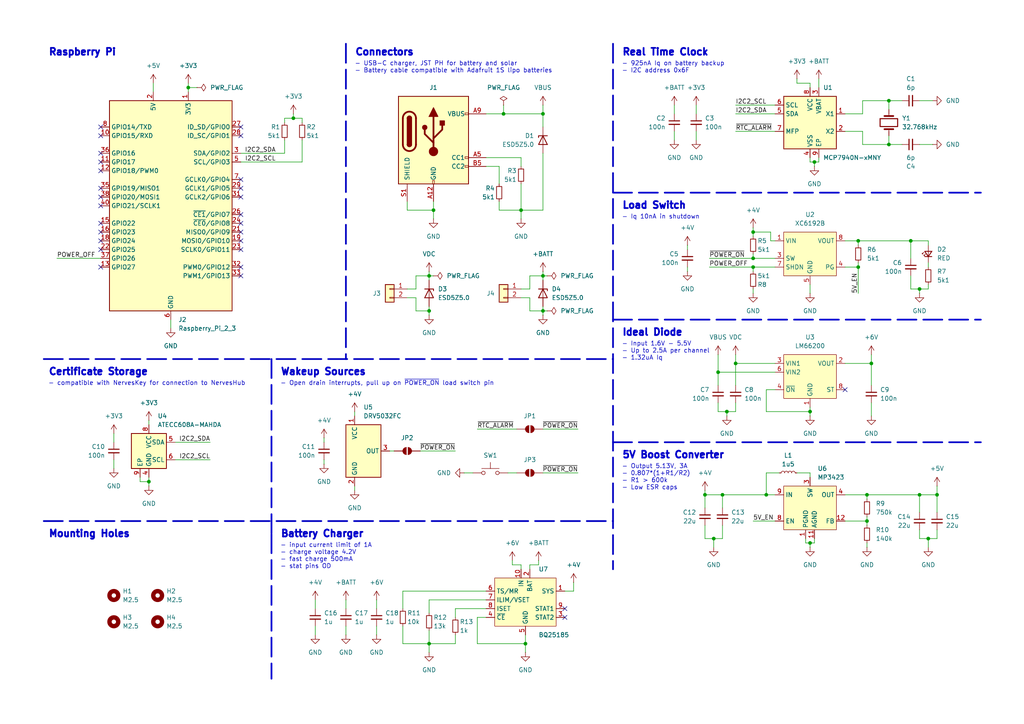
<source format=kicad_sch>
(kicad_sch (version 20231120) (generator "eeschema") (generator_version "8.0")
  (paper "A4")
  (title_block (title "Soleil PowerPack") (date "2024-08-01") (company "Protolux Labs") (comment 1 "Designed by Gus Workman") (comment 3 "battery charging, manual wake-from-sleep and support for NervesHub") (comment 4 "A power-management system for Nerves, featuring low-power sleep mode, USB and solar"))
  (junction (at 146.05 33.02))
  (junction (at 257.81 41.91))
  (junction (at 43.18 139.7))
  (junction (at 236.22 46.99))
  (junction (at 124.46 186.69))
  (junction (at 151.13 60.96))
  (junction (at 218.44 77.47))
  (junction (at 252.73 105.41))
  (junction (at 257.81 29.21))
  (junction (at 234.95 119.38))
  (junction (at 222.25 143.51))
  (junction (at 251.46 143.51))
  (junction (at 210.82 119.38))
  (junction (at 85.09 34.29))
  (junction (at 266.7 143.51))
  (junction (at 157.48 90.17))
  (junction (at 213.36 105.41))
  (junction (at 264.16 69.85))
  (junction (at 124.46 80.01))
  (junction (at 234.95 157.48))
  (junction (at 207.01 156.21))
  (junction (at 208.28 107.95))
  (junction (at 124.46 90.17))
  (junction (at 125.73 60.96))
  (junction (at 251.46 151.13))
  (junction (at 248.92 69.85))
  (junction (at 266.7 83.82))
  (junction (at 54.61 25.4))
  (junction (at 204.47 143.51))
  (junction (at 218.44 67.31))
  (junction (at 271.78 143.51))
  (junction (at 248.92 77.47))
  (junction (at 152.4 186.69))
  (junction (at 209.55 143.51))
  (junction (at 157.48 33.02))
  (junction (at 157.48 80.01))
  (junction (at 269.24 156.21))
  (junction (at 218.44 74.93))
  (no_connect (at 163.83 179.07))
  (no_connect (at 29.21 72.39))
  (no_connect (at 29.21 36.83))
  (no_connect (at 69.85 64.77))
  (no_connect (at 163.83 176.53))
  (no_connect (at 69.85 67.31))
  (no_connect (at 29.21 46.99))
  (no_connect (at 29.21 54.61))
  (no_connect (at 29.21 77.47))
  (no_connect (at 69.85 57.15))
  (no_connect (at 29.21 69.85))
  (no_connect (at 69.85 72.39))
  (no_connect (at 69.85 52.07))
  (no_connect (at 29.21 57.15))
  (no_connect (at 29.21 67.31))
  (no_connect (at 69.85 54.61))
  (no_connect (at 69.85 39.37))
  (no_connect (at 69.85 80.01))
  (no_connect (at 29.21 49.53))
  (no_connect (at 29.21 44.45))
  (no_connect (at 29.21 64.77))
  (no_connect (at 69.85 69.85))
  (no_connect (at 69.85 62.23))
  (no_connect (at 245.11 113.03))
  (no_connect (at 29.21 39.37))
  (no_connect (at 69.85 77.47))
  (no_connect (at 29.21 59.69))
  (no_connect (at 69.85 36.83))
  (wire (pts (xy 153.67 86.36) (xy 153.67 90.17)))
  (wire (pts (xy 167.64 124.46) (xy 157.48 124.46)))
  (wire (pts (xy 234.95 158.75) (xy 234.95 157.48)))
  (wire (pts (xy 148.59 162.56) (xy 148.59 163.83)))
  (wire (pts (xy 245.11 33.02) (xy 250.19 33.02)))
  (wire (pts (xy 248.92 69.85) (xy 264.16 69.85)))
  (wire (pts (xy 251.46 157.48) (xy 251.46 158.75)))
  (wire (pts (xy 153.67 163.83) (xy 153.67 165.1)))
  (wire (pts (xy 208.28 119.38) (xy 208.28 116.84)))
  (wire (pts (xy 248.92 69.85) (xy 248.92 71.12)))
  (wire (pts (xy 140.97 48.26) (xy 144.78 48.26)))
  (wire (pts (xy 231.14 24.13) (xy 234.95 24.13)))
  (wire (pts (xy 204.47 142.24) (xy 204.47 143.51)))
  (wire (pts (xy 237.49 22.86) (xy 237.49 25.4)))
  (wire (pts (xy 157.48 90.17) (xy 157.48 91.44)))
  (wire (pts (xy 204.47 156.21) (xy 204.47 152.4)))
  (wire (pts (xy 236.22 156.21) (xy 236.22 157.48)))
  (wire (pts (xy 208.28 107.95) (xy 224.79 107.95)))
  (wire (pts (xy 152.4 184.15) (xy 152.4 186.69)))
  (wire (pts (xy 234.95 82.55) (xy 234.95 85.09)))
  (wire (pts (xy 248.92 77.47) (xy 248.92 85.09)))
  (wire (pts (xy 218.44 74.93) (xy 224.79 74.93)))
  (wire (pts (xy 264.16 69.85) (xy 264.16 74.93)))
  (wire (pts (xy 43.18 121.92) (xy 43.18 123.19)))
  (wire (pts (xy 245.11 38.1) (xy 250.19 38.1)))
  (wire (pts (xy 116.84 181.61) (xy 116.84 186.69)))
  (wire (pts (xy 156.21 163.83) (xy 153.67 163.83)))
  (wire (pts (xy 233.68 157.48) (xy 234.95 157.48)))
  (wire (pts (xy 124.46 88.9) (xy 124.46 90.17)))
  (wire (pts (xy 134.62 137.16) (xy 137.16 137.16)))
  (wire (pts (xy 234.95 157.48) (xy 236.22 157.48)))
  (wire (pts (xy 236.22 46.99) (xy 234.95 46.99)))
  (wire (pts (xy 102.87 119.38) (xy 102.87 120.65)))
  (wire (pts (xy 132.08 179.07) (xy 132.08 176.53)))
  (polyline (pts (xy 78.74 154.94) (xy 78.74 196.85)) (stroke (width 0.5) (type dash)))
  (wire (pts (xy 199.39 71.12) (xy 199.39 72.39)))
  (wire (pts (xy 269.24 69.85) (xy 269.24 71.12)))
  (wire (pts (xy 118.11 83.82) (xy 120.65 83.82)))
  (wire (pts (xy 213.36 30.48) (xy 224.79 30.48)))
  (wire (pts (xy 40.64 138.43) (xy 40.64 139.7)))
  (wire (pts (xy 109.22 173.99) (xy 109.22 176.53)))
  (wire (pts (xy 151.13 60.96) (xy 157.48 60.96)))
  (wire (pts (xy 132.08 186.69) (xy 132.08 184.15)))
  (wire (pts (xy 49.53 92.71) (xy 49.53 95.25)))
  (wire (pts (xy 208.28 107.95) (xy 208.28 111.76)))
  (wire (pts (xy 234.95 119.38) (xy 234.95 120.65)))
  (wire (pts (xy 207.01 158.75) (xy 207.01 156.21)))
  (wire (pts (xy 140.97 45.72) (xy 151.13 45.72)))
  (wire (pts (xy 85.09 33.02) (xy 85.09 34.29)))
  (wire (pts (xy 236.22 46.99) (xy 237.49 46.99)))
  (wire (pts (xy 91.44 173.99) (xy 91.44 176.53)))
  (wire (pts (xy 266.7 83.82) (xy 266.7 85.09)))
  (wire (pts (xy 124.46 173.99) (xy 124.46 177.8)))
  (wire (pts (xy 204.47 143.51) (xy 204.47 147.32)))
  (wire (pts (xy 149.86 137.16) (xy 147.32 137.16)))
  (wire (pts (xy 231.14 137.16) (xy 234.95 137.16)))
  (wire (pts (xy 266.7 41.91) (xy 270.51 41.91)))
  (wire (pts (xy 271.78 153.67) (xy 271.78 156.21)))
  (wire (pts (xy 120.65 90.17) (xy 124.46 90.17)))
  (wire (pts (xy 250.19 29.21) (xy 250.19 33.02)))
  (wire (pts (xy 213.36 38.1) (xy 224.79 38.1)))
  (wire (pts (xy 16.51 74.93) (xy 29.21 74.93)))
  (wire (pts (xy 231.14 24.13) (xy 231.14 22.86)))
  (wire (pts (xy 116.84 171.45) (xy 140.97 171.45)))
  (wire (pts (xy 252.73 116.84) (xy 252.73 120.65)))
  (wire (pts (xy 257.81 41.91) (xy 257.81 39.37)))
  (wire (pts (xy 153.67 83.82) (xy 153.67 80.01)))
  (wire (pts (xy 40.64 139.7) (xy 43.18 139.7)))
  (wire (pts (xy 218.44 67.31) (xy 223.52 67.31)))
  (wire (pts (xy 132.08 176.53) (xy 140.97 176.53)))
  (wire (pts (xy 93.98 127) (xy 93.98 128.27)))
  (wire (pts (xy 252.73 105.41) (xy 245.11 105.41)))
  (wire (pts (xy 146.05 30.48) (xy 146.05 33.02)))
  (wire (pts (xy 100.33 181.61) (xy 100.33 184.15)))
  (wire (pts (xy 157.48 36.83) (xy 157.48 33.02)))
  (polyline (pts (xy 12.7 104.14) (xy 177.8 104.14)) (stroke (width 0.5) (type dash)))
  (wire (pts (xy 251.46 151.13) (xy 251.46 152.4)))
  (wire (pts (xy 124.46 186.69) (xy 124.46 182.88)))
  (wire (pts (xy 124.46 186.69) (xy 132.08 186.69)))
  (polyline (pts (xy 177.8 12.7) (xy 177.8 165.1)) (stroke (width 0.5) (type dash)))
  (wire (pts (xy 151.13 86.36) (xy 153.67 86.36)))
  (wire (pts (xy 213.36 33.02) (xy 224.79 33.02)))
  (wire (pts (xy 222.25 143.51) (xy 222.25 137.16)))
  (wire (pts (xy 245.11 143.51) (xy 251.46 143.51)))
  (wire (pts (xy 269.24 76.2) (xy 269.24 77.47)))
  (wire (pts (xy 218.44 67.31) (xy 218.44 68.58)))
  (wire (pts (xy 264.16 69.85) (xy 269.24 69.85)))
  (wire (pts (xy 266.7 143.51) (xy 271.78 143.51)))
  (wire (pts (xy 157.48 80.01) (xy 157.48 81.28)))
  (wire (pts (xy 213.36 105.41) (xy 224.79 105.41)))
  (wire (pts (xy 218.44 77.47) (xy 218.44 78.74)))
  (wire (pts (xy 151.13 163.83) (xy 151.13 165.1)))
  (wire (pts (xy 271.78 143.51) (xy 271.78 148.59)))
  (wire (pts (xy 234.95 119.38) (xy 222.25 119.38)))
  (wire (pts (xy 87.63 40.64) (xy 87.63 46.99)))
  (wire (pts (xy 116.84 176.53) (xy 116.84 171.45)))
  (wire (pts (xy 252.73 105.41) (xy 252.73 111.76)))
  (wire (pts (xy 209.55 152.4) (xy 209.55 156.21)))
  (wire (pts (xy 125.73 58.42) (xy 125.73 60.96)))
  (wire (pts (xy 223.52 67.31) (xy 223.52 69.85)))
  (wire (pts (xy 151.13 45.72) (xy 151.13 48.26)))
  (wire (pts (xy 218.44 77.47) (xy 224.79 77.47)))
  (wire (pts (xy 100.33 173.99) (xy 100.33 176.53)))
  (wire (pts (xy 138.43 186.69) (xy 152.4 186.69)))
  (wire (pts (xy 250.19 41.91) (xy 257.81 41.91)))
  (wire (pts (xy 266.7 29.21) (xy 270.51 29.21)))
  (wire (pts (xy 140.97 33.02) (xy 146.05 33.02)))
  (wire (pts (xy 234.95 137.16) (xy 234.95 138.43)))
  (wire (pts (xy 234.95 118.11) (xy 234.95 119.38)))
  (wire (pts (xy 245.11 69.85) (xy 248.92 69.85)))
  (wire (pts (xy 218.44 73.66) (xy 218.44 74.93)))
  (wire (pts (xy 124.46 90.17) (xy 124.46 91.44)))
  (wire (pts (xy 269.24 156.21) (xy 266.7 156.21)))
  (wire (pts (xy 269.24 156.21) (xy 271.78 156.21)))
  (wire (pts (xy 257.81 29.21) (xy 261.62 29.21)))
  (wire (pts (xy 43.18 139.7) (xy 43.18 140.97)))
  (wire (pts (xy 157.48 30.48) (xy 157.48 33.02)))
  (wire (pts (xy 222.25 137.16) (xy 226.06 137.16)))
  (wire (pts (xy 82.55 44.45) (xy 82.55 40.64)))
  (wire (pts (xy 195.58 38.1) (xy 195.58 40.64)))
  (wire (pts (xy 54.61 25.4) (xy 57.15 25.4)))
  (wire (pts (xy 213.36 102.87) (xy 213.36 105.41)))
  (wire (pts (xy 124.46 80.01) (xy 125.73 80.01)))
  (wire (pts (xy 222.25 143.51) (xy 224.79 143.51)))
  (wire (pts (xy 201.93 38.1) (xy 201.93 40.64)))
  (polyline (pts (xy 12.7 151.13) (xy 177.8 151.13)) (stroke (width 0.5) (type dash)))
  (wire (pts (xy 82.55 34.29) (xy 85.09 34.29)))
  (wire (pts (xy 151.13 60.96) (xy 151.13 63.5)))
  (wire (pts (xy 125.73 60.96) (xy 125.73 63.5)))
  (wire (pts (xy 166.37 168.91) (xy 166.37 171.45)))
  (wire (pts (xy 251.46 143.51) (xy 251.46 144.78)))
  (wire (pts (xy 269.24 156.21) (xy 269.24 158.75)))
  (wire (pts (xy 69.85 44.45) (xy 82.55 44.45)))
  (wire (pts (xy 153.67 90.17) (xy 157.48 90.17)))
  (wire (pts (xy 166.37 171.45) (xy 163.83 171.45)))
  (wire (pts (xy 85.09 34.29) (xy 87.63 34.29)))
  (wire (pts (xy 195.58 30.48) (xy 195.58 33.02)))
  (polyline (pts (xy 177.8 128.27) (xy 284.48 128.27)) (stroke (width 0.5) (type dash)))
  (wire (pts (xy 149.86 124.46) (xy 138.43 124.46)))
  (wire (pts (xy 251.46 143.51) (xy 266.7 143.51)))
  (wire (pts (xy 210.82 120.65) (xy 210.82 119.38)))
  (wire (pts (xy 236.22 46.99) (xy 236.22 48.26)))
  (wire (pts (xy 213.36 105.41) (xy 213.36 111.76)))
  (wire (pts (xy 264.16 80.01) (xy 264.16 83.82)))
  (wire (pts (xy 245.11 151.13) (xy 251.46 151.13)))
  (wire (pts (xy 251.46 149.86) (xy 251.46 151.13)))
  (wire (pts (xy 252.73 102.87) (xy 252.73 105.41)))
  (wire (pts (xy 138.43 179.07) (xy 140.97 179.07)))
  (wire (pts (xy 148.59 163.83) (xy 151.13 163.83)))
  (wire (pts (xy 152.4 186.69) (xy 152.4 189.23)))
  (wire (pts (xy 93.98 133.35) (xy 93.98 134.62)))
  (wire (pts (xy 266.7 156.21) (xy 266.7 153.67)))
  (wire (pts (xy 140.97 173.99) (xy 124.46 173.99)))
  (wire (pts (xy 213.36 119.38) (xy 213.36 116.84)))
  (wire (pts (xy 199.39 77.47) (xy 199.39 78.74)))
  (wire (pts (xy 257.81 29.21) (xy 250.19 29.21)))
  (wire (pts (xy 116.84 186.69) (xy 124.46 186.69)))
  (wire (pts (xy 144.78 48.26) (xy 144.78 53.34)))
  (wire (pts (xy 113.03 130.81) (xy 114.3 130.81)))
  (wire (pts (xy 248.92 76.2) (xy 248.92 77.47)))
  (wire (pts (xy 153.67 80.01) (xy 157.48 80.01)))
  (wire (pts (xy 43.18 138.43) (xy 43.18 139.7)))
  (wire (pts (xy 167.64 137.16) (xy 157.48 137.16)))
  (wire (pts (xy 218.44 151.13) (xy 224.79 151.13)))
  (wire (pts (xy 44.45 24.13) (xy 44.45 26.67)))
  (wire (pts (xy 87.63 34.29) (xy 87.63 35.56)))
  (wire (pts (xy 157.48 88.9) (xy 157.48 90.17)))
  (wire (pts (xy 54.61 24.13) (xy 54.61 25.4)))
  (wire (pts (xy 156.21 162.56) (xy 156.21 163.83)))
  (wire (pts (xy 233.68 157.48) (xy 233.68 156.21)))
  (wire (pts (xy 222.25 119.38) (xy 222.25 113.03)))
  (polyline (pts (xy 177.8 55.88) (xy 284.48 55.88)) (stroke (width 0.5) (type dash)))
  (wire (pts (xy 250.19 38.1) (xy 250.19 41.91)))
  (polyline (pts (xy 78.74 104.14) (xy 78.74 154.94)) (stroke (width 0.5) (type dash)))
  (wire (pts (xy 144.78 60.96) (xy 144.78 58.42)))
  (wire (pts (xy 157.48 44.45) (xy 157.48 60.96)))
  (wire (pts (xy 257.81 41.91) (xy 261.62 41.91)))
  (wire (pts (xy 144.78 60.96) (xy 151.13 60.96)))
  (wire (pts (xy 210.82 119.38) (xy 213.36 119.38)))
  (wire (pts (xy 208.28 102.87) (xy 208.28 107.95)))
  (wire (pts (xy 102.87 140.97) (xy 102.87 142.24)))
  (wire (pts (xy 157.48 80.01) (xy 158.75 80.01)))
  (wire (pts (xy 151.13 53.34) (xy 151.13 60.96)))
  (wire (pts (xy 201.93 30.48) (xy 201.93 33.02)))
  (wire (pts (xy 82.55 35.56) (xy 82.55 34.29)))
  (wire (pts (xy 118.11 58.42) (xy 118.11 60.96)))
  (wire (pts (xy 91.44 181.61) (xy 91.44 184.15)))
  (wire (pts (xy 210.82 119.38) (xy 208.28 119.38)))
  (wire (pts (xy 245.11 77.47) (xy 248.92 77.47)))
  (wire (pts (xy 120.65 80.01) (xy 124.46 80.01)))
  (wire (pts (xy 269.24 82.55) (xy 269.24 83.82)))
  (polyline (pts (xy 177.8 92.71) (xy 284.48 92.71)) (stroke (width 0.5) (type dash)))
  (wire (pts (xy 207.01 156.21) (xy 209.55 156.21)))
  (wire (pts (xy 124.46 78.74) (xy 124.46 80.01)))
  (wire (pts (xy 207.01 156.21) (xy 204.47 156.21)))
  (wire (pts (xy 209.55 143.51) (xy 204.47 143.51)))
  (wire (pts (xy 266.7 143.51) (xy 266.7 148.59)))
  (wire (pts (xy 151.13 83.82) (xy 153.67 83.82)))
  (wire (pts (xy 218.44 83.82) (xy 218.44 85.09)))
  (polyline (pts (xy 100.33 12.7) (xy 100.33 104.14)) (stroke (width 0.5) (type dash)))
  (wire (pts (xy 50.8 133.35) (xy 60.96 133.35)))
  (wire (pts (xy 218.44 66.04) (xy 218.44 67.31)))
  (wire (pts (xy 33.02 133.35) (xy 33.02 135.89)))
  (wire (pts (xy 271.78 140.97) (xy 271.78 143.51)))
  (wire (pts (xy 264.16 83.82) (xy 266.7 83.82)))
  (wire (pts (xy 120.65 86.36) (xy 120.65 90.17)))
  (wire (pts (xy 209.55 143.51) (xy 209.55 147.32)))
  (wire (pts (xy 120.65 83.82) (xy 120.65 80.01)))
  (wire (pts (xy 234.95 46.99) (xy 234.95 45.72)))
  (wire (pts (xy 157.48 78.74) (xy 157.48 80.01)))
  (wire (pts (xy 69.85 46.99) (xy 87.63 46.99)))
  (wire (pts (xy 109.22 181.61) (xy 109.22 184.15)))
  (wire (pts (xy 138.43 179.07) (xy 138.43 186.69)))
  (wire (pts (xy 118.11 60.96) (xy 125.73 60.96)))
  (wire (pts (xy 157.48 90.17) (xy 158.75 90.17)))
  (wire (pts (xy 33.02 125.73) (xy 33.02 128.27)))
  (wire (pts (xy 237.49 46.99) (xy 237.49 45.72)))
  (wire (pts (xy 50.8 128.27) (xy 60.96 128.27)))
  (wire (pts (xy 121.92 130.81) (xy 132.08 130.81)))
  (wire (pts (xy 223.52 69.85) (xy 224.79 69.85)))
  (wire (pts (xy 205.74 74.93) (xy 218.44 74.93)))
  (wire (pts (xy 124.46 80.01) (xy 124.46 81.28)))
  (wire (pts (xy 266.7 83.82) (xy 269.24 83.82)))
  (wire (pts (xy 146.05 33.02) (xy 157.48 33.02)))
  (wire (pts (xy 234.95 24.13) (xy 234.95 25.4)))
  (wire (pts (xy 124.46 189.23) (xy 124.46 186.69)))
  (wire (pts (xy 54.61 25.4) (xy 54.61 26.67)))
  (wire (pts (xy 205.74 77.47) (xy 218.44 77.47)))
  (wire (pts (xy 118.11 86.36) (xy 120.65 86.36)))
  (wire (pts (xy 257.81 29.21) (xy 257.81 31.75)))
  (wire (pts (xy 209.55 143.51) (xy 222.25 143.51)))
  (wire (pts (xy 222.25 113.03) (xy 224.79 113.03)))
  (text "Certificate Storage" (at 13.97 107.95 0) (effects (font (size 2 2) (thickness 0.508) (bold yes)) (justify left)))
  (text "Ideal Diode" (at 180.34 96.52 0) (effects (font (size 2 2) (thickness 0.508) (bold yes)) (justify left)))
  (text "Real Time Clock" (at 180.34 15.24 0) (effects (font (size 2 2) (thickness 0.508) (bold yes)) (justify left)))
  (text "Raspberry Pi" (at 13.97 15.24 0) (effects (font (size 2 2) (thickness 0.508) (bold yes)) (justify left)))
  (text "Load Switch" (at 180.34 59.69 0) (effects (font (size 2 2) (thickness 0.508) (bold yes)) (justify left)))
  (text "- compatible with NervesKey for connection to NervesHub" (at 13.97 110.49 0) (effects (font (size 1.27 1.27)) (justify left top)))
  (text "Battery Charger" (at 81.28 154.94 0) (effects (font (size 2 2) (thickness 0.508) (bold yes)) (justify left)))
  (text "- 925nA Iq on battery backup\n- I2C address 0x6F" (at 180.34 17.78 0) (effects (font (size 1.27 1.27)) (justify left top)))
  (text "- input current limit of 1A\n- charge voltage 4.2V\n- fast charge 500mA\n- stat pins OD" (at 81.28 157.48 0) (effects (font (size 1.27 1.27)) (justify left top)))
  (text "Mounting Holes" (at 13.97 154.94 0) (effects (font (size 2 2) (thickness 0.508) (bold yes)) (justify left)))
  (text "Wakeup Sources" (at 81.28 107.95 0) (effects (font (size 2 2) (thickness 0.508) (bold yes)) (justify left)))
  (text "5V Boost Converter" (at 180.34 132.08 0) (effects (font (size 2 2) (thickness 0.508) (bold yes)) (justify left)))
  (text "Connectors" (at 102.87 15.24 0) (effects (font (size 2 2) (thickness 0.508) (bold yes)) (justify left)))
  (text "- Open drain interrupts, pull up on ~{POWER_ON} load switch pin" (at 81.28 110.49 0) (effects (font (size 1.27 1.27)) (justify left top)))
  (text "- USB-C charger, JST PH for battery and solar\n- Battery cable compatible with Adafruit 1S lipo batteries" (at 102.87 17.78 0) (effects (font (size 1.27 1.27)) (justify left top)))
  (text "- Input 1.6V - 5.5V\n- Up to 2.5A per channel\n- 1.32uA Iq" (at 180.34 99.06 0) (effects (font (size 1.27 1.27)) (justify left top)))
  (text "- Output 5.13V, 3A\n- 0.807*(1+R1/R2)\n- R1 > 600k\n- Low ESR caps" (at 180.34 134.62 0) (effects (font (size 1.27 1.27)) (justify left top)))
  (text "- Iq 10nA in shutdown\n" (at 180.34 62.23 0) (effects (font (size 1.27 1.27)) (justify left top)))
  (label "~{POWER_ON}" (at 132.08 130.81 180))
  (label "5V_EN" (at 248.92 85.09 90))
  (label "~{RTC_ALARM}" (at 138.43 124.46 0))
  (label "~{RTC_ALARM}" (at 213.36 38.1 0))
  (label "I2C2_SDA" (at 60.96 128.27 180))
  (label "I2C2_SCL" (at 80.01 46.99 180))
  (label "I2C2_SCL" (at 60.96 133.35 180))
  (label "~{POWER_ON}" (at 205.74 74.93 0))
  (label "POWER_OFF" (at 16.51 74.93 0))
  (label "I2C2_SDA" (at 80.01 44.45 180))
  (label "I2C2_SDA" (at 213.36 33.02 0))
  (label "~{POWER_ON}" (at 167.64 137.16 180))
  (label "5V_EN" (at 218.44 151.13 0))
  (label "I2C2_SCL" (at 213.36 30.48 0))
  (label "POWER_OFF" (at 205.74 77.47 0))
  (label "~{POWER_ON}" (at 167.64 124.46 180))
  (symbol (lib_id "Switch:SW_Push") (at 142.24 137.16 0) (mirror y) (unit 1)
    (property "Reference" "SW1" (at 142.24 132.08 0))
    (property "Value" "SW_Push" (effects (hide yes)))
    (property "Footprint" "Button_Switch_SMD:SW_Push_1P1T_NO_CK_KMR2" (effects (hide yes)))
    (property "Description" "Push button switch, generic, two pins" (effects (hide yes)))
    (property "LCSC" "C221678" (effects (hide yes)))
    (property "DigiKey" "401-1428-1-ND" (effects (hide yes)))
    (property "MPN" "KMR223GLFG" (effects (hide yes)))
  )
  (symbol (lib_id "Device:R_Small") (at 87.63 38.1 0) (mirror y) (unit 1)
    (property "Reference" "R2" (at 88.9 36.83 0) (effects (justify right)))
    (property "Value" "5k1" (at 88.9 39.37 0) (effects (justify right)))
    (property "Footprint" "Resistor_SMD:R_0603_1608Metric" (effects (hide yes)))
    (property "Description" "generic 0603 resistor, 1/10W, 1%" (effects (hide yes)))
  )
  (symbol (lib_id "power:+4V") (at 199.39 71.12 0) (unit 1)
    (property "Reference" "#PWR017" (effects (hide yes)))
    (property "Value" "+4V" (at 199.39 66.04 0))
    (property "Description" "Power symbol creates a global label with name \"+4V\"" (effects (hide yes)))
  )
  (symbol (lib_id "power:GND") (at 93.98 134.62 0) (unit 1)
    (property "Reference" "#PWR037" (effects (hide yes)))
    (property "Value" "GND" (at 93.98 139.7 0))
    (property "Description" "Power symbol creates a global label with name \"GND\" , ground" (effects (hide yes)))
  )
  (symbol (lib_id "Device:C_Small") (at 201.93 35.56 0) (unit 1)
    (property "Reference" "C3" (at 204.47 34.2962 0) (effects (justify left)))
    (property "Value" "100n" (at 204.47 36.8362 0) (effects (justify left)))
    (property "Footprint" "Capacitor_SMD:C_0603_1608Metric" (effects (hide yes)))
    (property "Description" "generic 0603 capacitor, 10V, low ESR" (effects (hide yes)))
  )
  (symbol (lib_id "Device:Crystal") (at 257.81 35.56 90) (unit 1)
    (property "Reference" "Y1" (at 261.62 34.2899 90) (effects (justify right)))
    (property "Value" "32.768kHz" (at 261.62 36.8299 90) (effects (justify right)))
    (property "Footprint" "Crystal:Crystal_SMD_3215-2Pin_3.2x1.5mm" (effects (hide yes)))
    (property "Description" "generic 32.768kHz crystal, 3215 2pin" (effects (hide yes)))
    (property "MPN" "SC32S-7PF20PPM" (effects (hide yes)))
    (property "DigiKey" "728-1074-1-ND" (effects (hide yes)))
    (property "LCSC" "C276424" (effects (hide yes)))
  )
  (symbol (lib_id "gworkman_power:XC6192") (at 234.95 73.66 0) (unit 1)
    (property "Reference" "U2" (at 234.95 62.23 0))
    (property "Value" "XC6192B" (at 234.95 64.77 0))
    (property "Footprint" "gworkman_power:USP-8B06" (effects (hide yes)))
    (property "Datasheet" "https://product.torexsemi.com/system/files/series/xc6192.pdf" (effects (hide yes)))
    (property "Description" "Push button load switch, integrated high-side switch, 400mA output current, inrush current limiting, short-circuit protection, low shutdown current" (effects (hide yes)))
    (property "MPN" "XC6193BANNER-G" (effects (hide yes)))
    (property "DigiKey" "893-XC6193BANNER-GCT-ND" (effects (hide yes)))
    (property "LCSC" "C2442364" (effects (hide yes)))
  )
  (symbol (lib_id "Device:R_Small") (at 218.44 71.12 0) (unit 1)
    (property "Reference" "R5" (at 219.71 69.85 0) (effects (justify left)))
    (property "Value" "5k1" (at 219.71 72.39 0) (effects (justify left)))
    (property "Footprint" "Resistor_SMD:R_0603_1608Metric" (effects (hide yes)))
    (property "Description" "generic 0603 resistor, 1/10W, 1%" (effects (hide yes)))
  )
  (symbol (lib_id "power:GND") (at 195.58 40.64 0) (unit 1)
    (property "Reference" "#PWR010" (effects (hide yes)))
    (property "Value" "GND" (at 195.58 45.72 0))
    (property "Description" "Power symbol creates a global label with name \"GND\" , ground" (effects (hide yes)))
  )
  (symbol (lib_id "power:+6V") (at 252.73 102.87 0) (unit 1)
    (property "Reference" "#PWR029" (effects (hide yes)))
    (property "Value" "+6V" (at 252.73 97.79 0))
    (property "Description" "Power symbol creates a global label with name \"+6V\"" (effects (hide yes)))
  )
  (symbol (lib_id "Device:C_Small") (at 109.22 179.07 0) (unit 1)
    (property "Reference" "C18" (at 111.76 177.8062 0) (effects (justify left)))
    (property "Value" "1u" (at 111.76 180.3462 0) (effects (justify left)))
    (property "Footprint" "Capacitor_SMD:C_0603_1608Metric" (effects (hide yes)))
    (property "Description" "generic 0603 capacitor, 10V, low ESR" (effects (hide yes)))
  )
  (symbol (lib_id "power:+3V3") (at 231.14 22.86 0) (unit 1)
    (property "Reference" "#PWR01" (effects (hide yes)))
    (property "Value" "+3V3" (at 231.14 17.78 0))
    (property "Description" "Power symbol creates a global label with name \"+3V3\"" (effects (hide yes)))
  )
  (symbol (lib_id "Connector_Generic:Conn_01x02") (at 113.03 83.82 0) (mirror y) (unit 1)
    (property "Reference" "J3" (at 110.49 85.09 0) (effects (justify left)))
    (property "Footprint" "gworkman_connector:JST_PH_01x02_SMT_Horizontal" (effects (hide yes)))
    (property "Description" "generic JST PH 2-pin horizontal connector" (effects (hide yes)))
    (property "LCSC" "C295747" (effects (hide yes)))
    (property "DigiKey" "455-S2B-PH-SM4-TBCT-ND" (effects (hide yes)))
    (property "MPN" "S2B-PH-SM4-TB" (effects (hide yes)))
  )
  (symbol (lib_id "power:GND") (at 234.95 120.65 0) (unit 1)
    (property "Reference" "#PWR032" (effects (hide yes)))
    (property "Value" "GND" (at 234.95 125.73 0))
    (property "Description" "Power symbol creates a global label with name \"GND\" , ground" (effects (hide yes)))
  )
  (symbol (lib_id "Device:R_Small") (at 251.46 154.94 0) (unit 1)
    (property "Reference" "R10" (at 254 153.6699 0) (effects (justify left)))
    (property "Value" "140k" (at 254 156.2099 0) (effects (justify left)))
    (property "Footprint" "Resistor_SMD:R_0603_1608Metric" (effects (hide yes)))
    (property "Description" "generic 0603 resistor, 1/10W, 1%" (effects (hide yes)))
  )
  (symbol (lib_id "Device:C_Small") (at 204.47 149.86 0) (mirror y) (unit 1)
    (property "Reference" "C12" (at 201.93 148.5962 0) (effects (justify left)))
    (property "Value" "22u" (at 201.93 151.1362 0) (effects (justify left)))
    (property "Footprint" "Capacitor_SMD:C_0805_2012Metric" (effects (hide yes)))
    (property "Description" "22uF 0804 ceramic capacitor, low ESR (X5R or X7R)" (effects (hide yes)))
  )
  (symbol (lib_id "power:GND") (at 152.4 189.23 0) (unit 1)
    (property "Reference" "#PWR058" (effects (hide yes)))
    (property "Value" "GND" (at 152.4 194.31 0))
    (property "Description" "Power symbol creates a global label with name \"GND\" , ground" (effects (hide yes)))
  )
  (symbol (lib_id "power:+BATT") (at 237.49 22.86 0) (unit 1)
    (property "Reference" "#PWR02" (effects (hide yes)))
    (property "Value" "+BATT" (at 237.49 17.78 0))
    (property "Description" "Power symbol creates a global label with name \"+BATT\"" (effects (hide yes)))
  )
  (symbol (lib_id "power:+4V") (at 218.44 66.04 0) (unit 1)
    (property "Reference" "#PWR016" (effects (hide yes)))
    (property "Value" "+4V" (at 218.44 60.96 0))
    (property "Description" "Power symbol creates a global label with name \"+4V\"" (effects (hide yes)))
  )
  (symbol (lib_id "power:+BATT") (at 157.48 78.74 0) (unit 1)
    (property "Reference" "#PWR019" (effects (hide yes)))
    (property "Value" "+BATT" (at 157.48 73.66 0))
    (property "Description" "Power symbol creates a global label with name \"+BATT\"" (effects (hide yes)))
  )
  (symbol (lib_id "Mechanical:MountingHole") (at 45.72 180.34 0) (unit 1) (exclude_from_sim yes) (in_bom no)
    (property "Reference" "H4" (at 48.26 179.0699 0) (effects (justify left)))
    (property "Value" "M2.5" (at 48.26 181.6099 0) (effects (justify left)))
    (property "Footprint" "MountingHole:MountingHole_2.7mm_M2.5_ISO14580" (effects (hide yes)))
    (property "Description" "Mounting Hole without connection" (effects (hide yes)))
  )
  (symbol (lib_id "gworkman_power:BQ25185") (at 152.4 175.26 0) (unit 1)
    (property "Reference" "U7" (at 156.21 165.1 0) (effects (justify left)))
    (property "Value" "BQ25185" (at 156.21 184.15 0) (effects (justify left)))
    (property "Footprint" "gworkman_power:Texas_DLH0010A_WSON-10" (effects (hide yes)))
    (property "Datasheet" "https://www.ti.com/lit/ds/symlink/bq25185.pdf" (effects (hide yes)))
    (property "Description" "Linear battery charger, 3-18V input, 1A charging, 3.125A load, dynamic power path management" (effects (hide yes)))
    (property "MPN" "BQ25185DLHR" (effects (hide yes)))
    (property "DigiKey" "296-BQ25185DLHRCT-ND" (effects (hide yes)))
    (property "LCSC" "C19725033" (effects (hide yes)))
  )
  (symbol (lib_id "power:+5V") (at 271.78 140.97 0) (unit 1)
    (property "Reference" "#PWR041" (effects (hide yes)))
    (property "Value" "+5V" (at 271.78 135.89 0))
    (property "Description" "Power symbol creates a global label with name \"+5V\"" (effects (hide yes)))
  )
  (symbol (lib_id "power:GND") (at 252.73 120.65 0) (unit 1)
    (property "Reference" "#PWR033" (effects (hide yes)))
    (property "Value" "GND" (at 252.73 125.73 0))
    (property "Description" "Power symbol creates a global label with name \"GND\" , ground" (effects (hide yes)))
  )
  (symbol (lib_id "power:+4V") (at 204.47 142.24 0) (unit 1)
    (property "Reference" "#PWR043" (effects (hide yes)))
    (property "Value" "+4V" (at 204.47 137.16 0))
    (property "Description" "Power symbol creates a global label with name \"+4V\"" (effects (hide yes)))
  )
  (symbol (lib_id "Mechanical:MountingHole") (at 33.02 172.72 0) (unit 1) (exclude_from_sim yes) (in_bom no)
    (property "Reference" "H1" (at 35.56 171.4499 0) (effects (justify left)))
    (property "Value" "M2.5" (at 35.56 173.9899 0) (effects (justify left)))
    (property "Footprint" "MountingHole:MountingHole_2.7mm_M2.5_ISO14580" (effects (hide yes)))
    (property "Description" "Mounting Hole without connection" (effects (hide yes)))
  )
  (symbol (lib_id "Device:R_Small") (at 132.08 181.61 0) (unit 1)
    (property "Reference" "R13" (at 133.35 180.34 0) (effects (justify left)))
    (property "Value" "1k" (at 133.35 182.88 0) (effects (justify left)))
    (property "Footprint" "Resistor_SMD:R_0603_1608Metric" (effects (hide yes)))
    (property "Description" "generic 0603 resistor, 1/10W" (effects (hide yes)))
  )
  (symbol (lib_id "power:VBUS") (at 208.28 102.87 0) (unit 1)
    (property "Reference" "#PWR027" (effects (hide yes)))
    (property "Value" "VBUS" (at 208.28 97.79 0))
    (property "Description" "Power symbol creates a global label with name \"VBUS\"" (effects (hide yes)))
  )
  (symbol (lib_id "Device:C_Small") (at 264.16 29.21 90) (unit 1)
    (property "Reference" "C1" (at 264.1663 22.86 90))
    (property "Value" "6p" (at 264.1663 25.4 90))
    (property "Footprint" "Capacitor_SMD:C_0603_1608Metric" (effects (hide yes)))
    (property "Description" "generic 0603 capacitor, 1%, low ESR" (effects (hide yes)))
  )
  (symbol (lib_id "power:GND") (at 102.87 142.24 0) (unit 1)
    (property "Reference" "#PWR042" (effects (hide yes)))
    (property "Value" "GND" (at 102.87 147.32 0))
    (property "Description" "Power symbol creates a global label with name \"GND\" , ground" (effects (hide yes)))
  )
  (symbol (lib_id "power:GND") (at 236.22 48.26 0) (unit 1)
    (property "Reference" "#PWR013" (effects (hide yes)))
    (property "Value" "GND" (at 236.22 53.34 0))
    (property "Description" "Power symbol creates a global label with name \"GND\" , ground" (effects (hide yes)))
  )
  (symbol (lib_id "gworkman_power:MP3423") (at 234.95 147.32 0) (unit 1)
    (property "Reference" "U6" (at 237.1441 135.89 0) (effects (justify left)))
    (property "Value" "MP3423" (at 237.1441 138.43 0) (effects (justify left)))
    (property "Footprint" "gworkman_power:MPS_PowerQFN-14_2x2mm" (effects (hide yes)))
    (property "Datasheet" "https://www.monolithicpower.com/en/documentview/productdocument/index/version/2/document_type/Datasheet/lang/en/sku/MP3423/document_id/1159" (effects (hide yes)))
    (property "Description" "High-efficiency step-up converter, 1.9-5.5V input, 5V output, 3.1A load, 98% efficiency" (effects (hide yes)))
    (property "MPN" "MP3423GG-Z" (effects (hide yes)))
    (property "DigiKey" "1589-1642-1-ND" (effects (hide yes)))
    (property "LCSC" "C2682483" (effects (hide yes)))
  )
  (symbol (lib_id "power:GND") (at 109.22 184.15 0) (unit 1)
    (property "Reference" "#PWR056" (effects (hide yes)))
    (property "Value" "GND" (at 109.22 189.23 0))
    (property "Description" "Power symbol creates a global label with name \"GND\" , ground" (effects (hide yes)))
  )
  (symbol (lib_id "Diode:ESD5Zxx") (at 124.46 85.09 270) (unit 1)
    (property "Reference" "D3" (at 127 83.8199 90) (effects (justify left)))
    (property "Value" "ESD5Z5.0" (at 127 86.3599 90) (effects (justify left)))
    (property "Footprint" "Diode_SMD:D_SOD-523" (effects (hide yes)))
    (property "Datasheet" "https://www.onsemi.com/pdf/datasheet/esd5z2.5t1-d.pdf" (effects (hide yes)))
    (property "Description" "generic ESD protection diode, SOD-523, 5V VWM" (effects (hide yes)))
    (property "MPN" "ESD5Z5.0T1G" (effects (hide yes)))
    (property "DigiKey" "ESD5Z5.0T1GOSCT-ND" (effects (hide yes)))
    (property "LCSC" "C2905624" (effects (hide yes)))
  )
  (symbol (lib_id "power:GND") (at 43.18 140.97 0) (unit 1)
    (property "Reference" "#PWR040" (effects (hide yes)))
    (property "Value" "GND" (at 43.18 146.05 0))
    (property "Description" "Power symbol creates a global label with name \"GND\" , ground" (effects (hide yes)))
  )
  (symbol (lib_id "power:+3V3") (at 201.93 30.48 0) (unit 1)
    (property "Reference" "#PWR08" (effects (hide yes)))
    (property "Value" "+3V3" (at 201.93 25.4 0))
    (property "Description" "Power symbol creates a global label with name \"+3V3\"" (effects (hide yes)))
  )
  (symbol (lib_id "Device:C_Small") (at 266.7 151.13 0) (mirror y) (unit 1)
    (property "Reference" "C14" (at 264.16 149.8662 0) (effects (justify left)))
    (property "Value" "22u" (at 264.16 152.4062 0) (effects (justify left)))
    (property "Footprint" "Capacitor_SMD:C_0805_2012Metric" (effects (hide yes)))
    (property "Description" "22uF 0804 ceramic capacitor, low ESR (X5R or X7R)" (effects (hide yes)))
  )
  (symbol (lib_id "power:GND") (at 218.44 85.09 0) (unit 1)
    (property "Reference" "#PWR021" (effects (hide yes)))
    (property "Value" "GND" (at 218.44 90.17 0))
    (property "Description" "Power symbol creates a global label with name \"GND\" , ground" (effects (hide yes)))
  )
  (symbol (lib_id "Device:C_Small") (at 208.28 114.3 0) (mirror y) (unit 1)
    (property "Reference" "C7" (at 205.74 113.0362 0) (effects (justify left)))
    (property "Value" "100n" (at 205.74 115.5762 0) (effects (justify left)))
    (property "Footprint" "Capacitor_SMD:C_0603_1608Metric" (effects (hide yes)))
    (property "Description" "generic 0603 capacitor, 10V, low ESR" (effects (hide yes)))
  )
  (symbol (lib_id "Device:C_Small") (at 264.16 77.47 0) (mirror y) (unit 1)
    (property "Reference" "C6" (at 261.62 76.2062 0) (effects (justify left)))
    (property "Value" "100n" (at 261.62 78.7462 0) (effects (justify left)))
    (property "Footprint" "Capacitor_SMD:C_0603_1608Metric" (effects (hide yes)))
    (property "Description" "generic 0603 capacitor, 10V, low ESR" (effects (hide yes)))
  )
  (symbol (lib_id "Device:R_Small") (at 248.92 73.66 180) (unit 1)
    (property "Reference" "R6" (at 251.46 72.3899 0) (effects (justify right)))
    (property "Value" "5k1" (at 251.46 74.9299 0) (effects (justify right)))
    (property "Footprint" "Resistor_SMD:R_0603_1608Metric" (effects (hide yes)))
    (property "Description" "generic 0603 resistor, 1/10W, 1%" (effects (hide yes)))
  )
  (symbol (lib_id "power:VDC") (at 213.36 102.87 0) (unit 1)
    (property "Reference" "#PWR028" (effects (hide yes)))
    (property "Value" "VDC" (at 213.36 97.79 0))
    (property "Description" "Power symbol creates a global label with name \"VDC\"" (effects (hide yes)))
  )
  (symbol (lib_id "Device:C_Small") (at 264.16 41.91 90) (mirror x) (unit 1)
    (property "Reference" "C4" (at 264.1663 48.26 90))
    (property "Value" "6p" (at 264.1663 45.72 90))
    (property "Footprint" "Capacitor_SMD:C_0603_1608Metric" (effects (hide yes)))
    (property "Description" "generic 0603 capacitor, 1%, low ESR" (effects (hide yes)))
  )
  (symbol (lib_id "power:GND") (at 100.33 184.15 0) (unit 1)
    (property "Reference" "#PWR055" (effects (hide yes)))
    (property "Value" "GND" (at 100.33 189.23 0))
    (property "Description" "Power symbol creates a global label with name \"GND\" , ground" (effects (hide yes)))
  )
  (symbol (lib_id "Device:C_Small") (at 209.55 149.86 0) (unit 1)
    (property "Reference" "C13" (at 212.09 148.5962 0) (effects (justify left)))
    (property "Value" "22u" (at 212.09 151.1362 0) (effects (justify left)))
    (property "Footprint" "Capacitor_SMD:C_0805_2012Metric" (effects (hide yes)))
    (property "Description" "22uF 0804 ceramic capacitor, low ESR (X5R or X7R)" (effects (hide yes)))
  )
  (symbol (lib_id "Timer_RTC:MCP7940N-xMNY") (at 234.95 35.56 0) (unit 1)
    (property "Reference" "U1" (at 238.76 25.4 0) (effects (justify left)))
    (property "Value" "MCP7940N-xMNY" (at 238.76 45.72 0) (effects (justify left)))
    (property "Footprint" "Package_DFN_QFN:DFN-8-1EP_3x2mm_P0.5mm_EP1.36x1.46mm" (effects (hide yes)))
    (property "Datasheet" "http://ww1.microchip.com/downloads/en/DeviceDoc/20005010F.pdf" (effects (hide yes)))
    (property "Description" "Real-Time Clock, I2C, Battery Backup, TDFN-8" (effects (hide yes)))
    (property "MPN" "MCP7940NT-I/MNY" (effects (hide yes)))
    (property "DigiKey" "MCP7940NT-I/MNYCT-ND" (effects (hide yes)))
    (property "LCSC" "C623889" (effects (hide yes)))
  )
  (symbol (lib_id "power:VBUS") (at 157.48 30.48 0) (unit 1)
    (property "Reference" "#PWR06" (effects (hide yes)))
    (property "Value" "VBUS" (at 157.48 25.4 0))
    (property "Description" "Power symbol creates a global label with name \"VBUS\"" (effects (hide yes)))
  )
  (symbol (lib_id "power:+5V") (at 44.45 24.13 0) (unit 1)
    (property "Reference" "#PWR03" (effects (hide yes)))
    (property "Value" "+5V" (at 44.45 19.05 0))
    (property "Description" "Power symbol creates a global label with name \"+5V\"" (effects (hide yes)))
  )
  (symbol (lib_id "Device:C_Small") (at 213.36 114.3 0) (unit 1)
    (property "Reference" "C8" (at 215.9 113.0362 0) (effects (justify left)))
    (property "Value" "100n" (at 215.9 115.5762 0) (effects (justify left)))
    (property "Footprint" "Capacitor_SMD:C_0603_1608Metric" (effects (hide yes)))
    (property "Description" "generic 0603 capacitor, 10V, low ESR" (effects (hide yes)))
  )
  (symbol (lib_id "power:PWR_FLAG") (at 158.75 80.01 270) (unit 1)
    (property "Reference" "#FLG04" (effects (hide yes)))
    (property "Value" "PWR_FLAG" (at 162.56 80.0099 90) (effects (justify left)))
    (property "Description" "Special symbol for telling ERC where power comes from" (effects (hide yes)))
  )
  (symbol (lib_id "gworkman_power:LM66200") (at 234.95 109.22 0) (unit 1)
    (property "Reference" "U3" (at 234.95 97.79 0))
    (property "Value" "LM66200" (at 234.95 100.33 0))
    (property "Footprint" "gworkman_power:Texas_DRL0008A_SOT-583" (effects (hide yes)))
    (property "Datasheet" "https://www.ti.com/lit/ds/symlink/lm66200.pdf" (effects (hide yes)))
    (property "Description" "Dual ideal diode, 1.6-5.5V, 2.5A/channel, low quiescent current" (effects (hide yes)))
    (property "MPN" "LM66200DRLR" (effects (hide yes)))
    (property "DigiKey" "296-LM66200DRLRCT-ND" (effects (hide yes)))
    (property "LCSC" "C3235556" (effects (hide yes)))
  )
  (symbol (lib_id "power:+BATT") (at 195.58 30.48 0) (unit 1)
    (property "Reference" "#PWR07" (effects (hide yes)))
    (property "Value" "+BATT" (at 195.58 25.4 0))
    (property "Description" "Power symbol creates a global label with name \"+BATT\"" (effects (hide yes)))
  )
  (symbol (lib_id "power:+4V") (at 102.87 119.38 0) (unit 1)
    (property "Reference" "#PWR030" (effects (hide yes)))
    (property "Value" "+4V" (at 102.87 114.3 0))
    (property "Description" "Power symbol creates a global label with name \"+4V\"" (effects (hide yes)))
  )
  (symbol (lib_id "power:GND") (at 266.7 85.09 0) (unit 1)
    (property "Reference" "#PWR023" (effects (hide yes)))
    (property "Value" "GND" (at 266.7 90.17 0))
    (property "Description" "Power symbol creates a global label with name \"GND\" , ground" (effects (hide yes)))
  )
  (symbol (lib_id "power:GND") (at 234.95 85.09 0) (unit 1)
    (property "Reference" "#PWR022" (effects (hide yes)))
    (property "Value" "GND" (at 234.95 90.17 0))
    (property "Description" "Power symbol creates a global label with name \"GND\" , ground" (effects (hide yes)))
  )
  (symbol (lib_id "power:+6V") (at 109.22 173.99 0) (unit 1)
    (property "Reference" "#PWR053" (effects (hide yes)))
    (property "Value" "+6V" (at 109.22 168.91 0))
    (property "Description" "Power symbol creates a global label with name \"+6V\"" (effects (hide yes)))
  )
  (symbol (lib_id "power:GND") (at 124.46 91.44 0) (unit 1)
    (property "Reference" "#PWR024" (effects (hide yes)))
    (property "Value" "GND" (at 124.46 96.52 0))
    (property "Description" "Power symbol creates a global label with name \"GND\" , ground" (effects (hide yes)))
  )
  (symbol (lib_id "power:PWR_FLAG") (at 146.05 30.48 0) (unit 1)
    (property "Reference" "#FLG02" (effects (hide yes)))
    (property "Value" "PWR_FLAG" (at 146.05 25.4 0))
    (property "Description" "Special symbol for telling ERC where power comes from" (effects (hide yes)))
  )
  (symbol (lib_id "Mechanical:MountingHole") (at 33.02 180.34 0) (unit 1) (exclude_from_sim yes) (in_bom no)
    (property "Reference" "H3" (at 35.56 179.0699 0) (effects (justify left)))
    (property "Value" "M2.5" (at 35.56 181.6099 0) (effects (justify left)))
    (property "Footprint" "MountingHole:MountingHole_2.7mm_M2.5_ISO14580" (effects (hide yes)))
    (property "Description" "Mounting Hole without connection" (effects (hide yes)))
  )
  (symbol (lib_id "Device:R_Small") (at 116.84 179.07 0) (mirror y) (unit 1)
    (property "Reference" "R11" (at 118.11 177.8 0) (effects (justify right)))
    (property "Value" "10k" (at 118.11 180.34 0) (effects (justify right)))
    (property "Footprint" "Resistor_SMD:R_0603_1608Metric" (effects (hide yes)))
    (property "Description" "generic 0603 resistor, 1/10W" (effects (hide yes)))
  )
  (symbol (lib_id "Device:R_Small") (at 218.44 81.28 0) (mirror x) (unit 1)
    (property "Reference" "R8" (at 219.71 82.55 0) (effects (justify left)))
    (property "Value" "5k1" (at 219.71 80.01 0) (effects (justify left)))
    (property "Footprint" "Resistor_SMD:R_0603_1608Metric" (effects (hide yes)))
    (property "Description" "generic 0603 resistor, 1/10W, 1%" (effects (hide yes)))
  )
  (symbol (lib_id "Device:R_Small") (at 124.46 180.34 0) (mirror y) (unit 1)
    (property "Reference" "R12" (at 125.73 179.07 0) (effects (justify right)))
    (property "Value" "13k" (at 125.73 181.61 0) (effects (justify right)))
    (property "Footprint" "Resistor_SMD:R_0603_1608Metric" (effects (hide yes)))
    (property "Description" "generic 0603 resistor, 1/10W" (effects (hide yes)))
  )
  (symbol (lib_id "Device:C_Small") (at 33.02 130.81 0) (mirror y) (unit 1)
    (property "Reference" "C10" (at 30.48 129.5462 0) (effects (justify left)))
    (property "Value" "100n" (at 30.48 132.0862 0) (effects (justify left)))
    (property "Footprint" "Capacitor_SMD:C_0603_1608Metric" (effects (hide yes)))
    (property "Description" "generic 0603 capacitor, 10V, low ESR" (effects (hide yes)))
  )
  (symbol (lib_id "power:GND") (at 124.46 189.23 0) (unit 1)
    (property "Reference" "#PWR057" (effects (hide yes)))
    (property "Value" "GND" (at 124.46 194.31 0))
    (property "Description" "Power symbol creates a global label with name \"GND\" , ground" (effects (hide yes)))
  )
  (symbol (lib_id "Device:R_Small") (at 82.55 38.1 0) (unit 1)
    (property "Reference" "R1" (at 81.28 36.83 0) (effects (justify right)))
    (property "Value" "5k1" (at 81.28 39.37 0) (effects (justify right)))
    (property "Footprint" "Resistor_SMD:R_0603_1608Metric" (effects (hide yes)))
    (property "Description" "generic 0603 resistor, 1/10W, 1%" (effects (hide yes)))
  )
  (symbol (lib_id "power:+3V3") (at 85.09 33.02 0) (unit 1)
    (property "Reference" "#PWR09" (effects (hide yes)))
    (property "Value" "+3V3" (at 85.09 27.94 0))
    (property "Description" "Power symbol creates a global label with name \"+3V3\"" (effects (hide yes)))
  )
  (symbol (lib_id "power:GND") (at 91.44 184.15 0) (unit 1)
    (property "Reference" "#PWR054" (effects (hide yes)))
    (property "Value" "GND" (at 91.44 189.23 0))
    (property "Description" "Power symbol creates a global label with name \"GND\" , ground" (effects (hide yes)))
  )
  (symbol (lib_id "Device:C_Small") (at 271.78 151.13 0) (unit 1)
    (property "Reference" "C15" (at 274.32 149.8662 0) (effects (justify left)))
    (property "Value" "22u" (at 274.32 152.4062 0) (effects (justify left)))
    (property "Footprint" "Capacitor_SMD:C_0805_2012Metric" (effects (hide yes)))
    (property "Description" "22uF 0804 ceramic capacitor, low ESR (X5R or X7R)" (effects (hide yes)))
  )
  (symbol (lib_id "power:GND") (at 157.48 91.44 0) (unit 1)
    (property "Reference" "#PWR025" (effects (hide yes)))
    (property "Value" "GND" (at 157.48 96.52 0))
    (property "Description" "Power symbol creates a global label with name \"GND\" , ground" (effects (hide yes)))
  )
  (symbol (lib_id "power:+BATT") (at 156.21 162.56 0) (unit 1)
    (property "Reference" "#PWR049" (effects (hide yes)))
    (property "Value" "+BATT" (at 156.21 157.48 0))
    (property "Description" "Power symbol creates a global label with name \"+BATT\"" (effects (hide yes)))
  )
  (symbol (lib_id "Device:LED_Small") (at 269.24 73.66 90) (unit 1)
    (property "Reference" "D2" (at 271.78 72.3264 90) (effects (justify right)))
    (property "Value" "RED" (at 271.78 74.8664 90) (effects (justify right)))
    (property "Footprint" "LED_SMD:LED_0603_1608Metric" (effects (hide yes)))
    (property "Description" "generic 0603 red LED" (effects (hide yes)))
  )
  (symbol (lib_id "power:GND") (at 234.95 158.75 0) (unit 1)
    (property "Reference" "#PWR045" (effects (hide yes)))
    (property "Value" "GND" (at 234.95 163.83 0))
    (property "Description" "Power symbol creates a global label with name \"GND\" , ground" (effects (hide yes)))
  )
  (symbol (lib_id "power:PWR_FLAG") (at 57.15 25.4 270) (unit 1)
    (property "Reference" "#FLG01" (effects (hide yes)))
    (property "Value" "PWR_FLAG" (at 60.96 25.3999 90) (effects (justify left)))
    (property "Description" "Special symbol for telling ERC where power comes from" (effects (hide yes)))
  )
  (symbol (lib_id "power:+4V") (at 166.37 168.91 0) (unit 1)
    (property "Reference" "#PWR050" (effects (hide yes)))
    (property "Value" "+4V" (at 166.37 163.83 0))
    (property "Description" "Power symbol creates a global label with name \"+4V\"" (effects (hide yes)))
  )
  (symbol (lib_id "Connector:Raspberry_Pi_2_3") (at 49.53 59.69 0) (unit 1)
    (property "Reference" "J2" (at 51.7241 92.71 0) (effects (justify left)))
    (property "Value" "Raspberry_Pi_2_3" (at 51.7241 95.25 0) (effects (justify left)))
    (property "Footprint" "gworkman_connector:RaspberryPi_low_profile_HAT_connector" (effects (hide yes)))
    (property "Datasheet" "https://www.raspberrypi.org/documentation/hardware/raspberrypi/schematics/rpi_SCH_3bplus_1p0_reduced.pdf" (effects (hide yes)))
    (property "Description" "raspberry pi connector" (effects (hide yes)))
    (property "LCSC" "C2685112" (effects (hide yes)))
    (property "MPN" "HLE-120-02-F-DV-BE-A" (effects (hide yes)))
    (property "DigiKey" "612-HLE-120-02-F-DV-BE-A-ND" (effects (hide yes)))
  )
  (symbol (lib_id "Connector_Generic:Conn_01x02") (at 146.05 83.82 0) (mirror y) (unit 1)
    (property "Reference" "J4" (at 143.51 85.09 0) (effects (justify left)))
    (property "Footprint" "gworkman_connector:JST_PH_01x02_SMT_Horizontal" (effects (hide yes)))
    (property "Description" "generic JST PH 2-pin horizontal connector" (effects (hide yes)))
    (property "LCSC" "C295747" (effects (hide yes)))
    (property "DigiKey" "455-S2B-PH-SM4-TBCT-ND" (effects (hide yes)))
    (property "MPN" "S2B-PH-SM4-TB" (effects (hide yes)))
  )
  (symbol (lib_id "power:GND") (at 199.39 78.74 0) (unit 1)
    (property "Reference" "#PWR020" (effects (hide yes)))
    (property "Value" "GND" (at 199.39 83.82 0))
    (property "Description" "Power symbol creates a global label with name \"GND\" , ground" (effects (hide yes)))
  )
  (symbol (lib_id "Device:L_Small") (at 228.6 137.16 90) (unit 1)
    (property "Reference" "L1" (at 228.6 132.08 90))
    (property "Value" "1u5" (at 228.6 134.62 90))
    (property "Footprint" "gworkman_device:L_Vishay_IHLP-2525" (effects (hide yes)))
    (property "Description" "1.5uH inductor, 9A, low DCR, 2525 footprint" (effects (hide yes)))
    (property "MPN" "IHLP2525CZER1R5M01" (effects (hide yes)))
    (property "DigiKey" "541-1007-1-ND" (effects (hide yes)))
    (property "LCSC" "C845020" (effects (hide yes)))
  )
  (symbol (lib_id "Mechanical:MountingHole") (at 45.72 172.72 0) (unit 1) (exclude_from_sim yes) (in_bom no)
    (property "Reference" "H2" (at 48.26 171.4499 0) (effects (justify left)))
    (property "Value" "M2.5" (at 48.26 173.9899 0) (effects (justify left)))
    (property "Footprint" "MountingHole:MountingHole_2.7mm_M2.5_ISO14580" (effects (hide yes)))
    (property "Description" "Mounting Hole without connection" (effects (hide yes)))
  )
  (symbol (lib_id "Device:R_Small") (at 251.46 147.32 0) (unit 1)
    (property "Reference" "R9" (at 254 146.0499 0) (effects (justify left)))
    (property "Value" "750k" (at 254 148.5899 0) (effects (justify left)))
    (property "Footprint" "Resistor_SMD:R_0603_1608Metric" (effects (hide yes)))
    (property "Description" "generic 0603 resistor, 1/10W, 1%" (effects (hide yes)))
  )
  (symbol (lib_id "power:GND") (at 33.02 135.89 0) (unit 1)
    (property "Reference" "#PWR038" (effects (hide yes)))
    (property "Value" "GND" (at 33.02 140.97 0))
    (property "Description" "Power symbol creates a global label with name \"GND\" , ground" (effects (hide yes)))
  )
  (symbol (lib_id "Diode:ESD5Zxx") (at 157.48 85.09 270) (unit 1)
    (property "Reference" "D4" (at 160.02 83.8199 90) (effects (justify left)))
    (property "Value" "ESD5Z5.0" (at 160.02 86.3599 90) (effects (justify left)))
    (property "Footprint" "Diode_SMD:D_SOD-523" (effects (hide yes)))
    (property "Datasheet" "https://www.onsemi.com/pdf/datasheet/esd5z2.5t1-d.pdf" (effects (hide yes)))
    (property "Description" "generic ESD protection diode, SOD-523, 5V VWM" (effects (hide yes)))
    (property "MPN" "ESD5Z5.0T1G" (effects (hide yes)))
    (property "DigiKey" "ESD5Z5.0T1GOSCT-ND" (effects (hide yes)))
    (property "LCSC" "C2905624" (effects (hide yes)))
  )
  (symbol (lib_id "Device:C_Small") (at 199.39 74.93 0) (mirror y) (unit 1)
    (property "Reference" "C5" (at 196.85 73.6662 0) (effects (justify left)))
    (property "Value" "100n" (at 196.85 76.2062 0) (effects (justify left)))
    (property "Footprint" "Capacitor_SMD:C_0603_1608Metric" (effects (hide yes)))
    (property "Description" "generic 0603 capacitor, 10V, low ESR" (effects (hide yes)))
  )
  (symbol (lib_id "power:GND") (at 210.82 120.65 0) (unit 1)
    (property "Reference" "#PWR031" (effects (hide yes)))
    (property "Value" "GND" (at 210.82 125.73 0))
    (property "Description" "Power symbol creates a global label with name \"GND\" , ground" (effects (hide yes)))
  )
  (symbol (lib_id "Jumper:SolderJumper_2_Open") (at 153.67 137.16 180) (unit 1) (exclude_from_sim yes) (in_bom no)
    (property "Reference" "JP3" (at 153.67 133.35 0))
    (property "Value" "SolderJumper_2_Open" (effects (hide yes)))
    (property "Footprint" "Jumper:SolderJumper-2_P1.3mm_Open_RoundedPad1.0x1.5mm" (effects (hide yes)))
    (property "Description" "Solder Jumper, 2-pole, open" (effects (hide yes)))
  )
  (symbol (lib_id "Device:C_Small") (at 195.58 35.56 0) (mirror y) (unit 1)
    (property "Reference" "C2" (at 193.04 34.2962 0) (effects (justify left)))
    (property "Value" "100n" (at 193.04 36.8362 0) (effects (justify left)))
    (property "Footprint" "Capacitor_SMD:C_0603_1608Metric" (effects (hide yes)))
    (property "Description" "generic 0603 capacitor, 10V, low ESR" (effects (hide yes)))
  )
  (symbol (lib_id "power:GND") (at 201.93 40.64 0) (unit 1)
    (property "Reference" "#PWR011" (effects (hide yes)))
    (property "Value" "GND" (at 201.93 45.72 0))
    (property "Description" "Power symbol creates a global label with name \"GND\" , ground" (effects (hide yes)))
  )
  (symbol (lib_id "Device:R_Small") (at 151.13 50.8 0) (unit 1)
    (property "Reference" "R3" (at 149.86 49.53 0) (effects (justify right)))
    (property "Value" "5k1" (at 149.86 52.07 0) (effects (justify right)))
    (property "Footprint" "Resistor_SMD:R_0603_1608Metric" (effects (hide yes)))
    (property "Description" "generic 0603 resistor, 1/10W, 1%" (effects (hide yes)))
  )
  (symbol (lib_id "power:GND") (at 49.53 95.25 0) (unit 1)
    (property "Reference" "#PWR026" (effects (hide yes)))
    (property "Value" "GND" (at 49.53 100.33 0))
    (property "Description" "Power symbol creates a global label with name \"GND\" , ground" (effects (hide yes)))
  )
  (symbol (lib_id "Device:C_Small") (at 252.73 114.3 0) (unit 1)
    (property "Reference" "C9" (at 255.27 113.0362 0) (effects (justify left)))
    (property "Value" "100n" (at 255.27 115.5762 0) (effects (justify left)))
    (property "Footprint" "Capacitor_SMD:C_0603_1608Metric" (effects (hide yes)))
    (property "Description" "generic 0603 capacitor, 10V, low ESR" (effects (hide yes)))
  )
  (symbol (lib_id "power:GND") (at 251.46 158.75 0) (unit 1)
    (property "Reference" "#PWR046" (effects (hide yes)))
    (property "Value" "GND" (at 251.46 163.83 0))
    (property "Description" "Power symbol creates a global label with name \"GND\" , ground" (effects (hide yes)))
  )
  (symbol (lib_id "power:GND") (at 270.51 29.21 90) (unit 1)
    (property "Reference" "#PWR05" (effects (hide yes)))
    (property "Value" "GND" (at 274.32 29.2099 90) (effects (justify right)))
    (property "Description" "Power symbol creates a global label with name \"GND\" , ground" (effects (hide yes)))
  )
  (symbol (lib_id "power:GND") (at 151.13 63.5 0) (unit 1)
    (property "Reference" "#PWR015" (effects (hide yes)))
    (property "Value" "GND" (at 151.13 68.58 0))
    (property "Description" "Power symbol creates a global label with name \"GND\" , ground" (effects (hide yes)))
  )
  (symbol (lib_id "power:+BATT") (at 100.33 173.99 0) (unit 1)
    (property "Reference" "#PWR052" (effects (hide yes)))
    (property "Value" "+BATT" (at 100.33 168.91 0))
    (property "Description" "Power symbol creates a global label with name \"+BATT\"" (effects (hide yes)))
  )
  (symbol (lib_id "Diode:ESD5Zxx") (at 157.48 40.64 90) (mirror x) (unit 1)
    (property "Reference" "D1" (at 154.94 39.3699 90) (effects (justify left)))
    (property "Value" "ESD5Z5.0" (at 154.94 41.9099 90) (effects (justify left)))
    (property "Footprint" "Diode_SMD:D_SOD-523" (effects (hide yes)))
    (property "Datasheet" "https://www.onsemi.com/pdf/datasheet/esd5z2.5t1-d.pdf" (effects (hide yes)))
    (property "Description" "generic ESD protection diode, SOD-523, 5V VWM" (effects (hide yes)))
    (property "MPN" "ESD5Z5.0T1G" (effects (hide yes)))
    (property "DigiKey" "ESD5Z5.0T1GOSCT-ND" (effects (hide yes)))
    (property "LCSC" "C2905624" (effects (hide yes)))
  )
  (symbol (lib_id "Security:ATECC608A-MAHDA") (at 43.18 130.81 0) (unit 1)
    (property "Reference" "U4" (at 45.72 120.65 0) (effects (justify left)))
    (property "Value" "ATECC608A-MAHDA" (at 45.72 123.19 0) (effects (justify left)))
    (property "Footprint" "Package_DFN_QFN:DFN-8-1EP_3x2mm_P0.5mm_EP1.3x1.5mm" (effects (hide yes)))
    (property "Datasheet" "http://ww1.microchip.com/downloads/en/DeviceDoc/ATECC608A-CryptoAuthentication-Device-Summary-Data-Sheet-DS40001977B.pdf" (effects (hide yes)))
    (property "Description" "Cryptographic Co-Processor with Secure Hardware-based 16 Key Storage, ECDSA and ECDH support, I2C, UDFN-8" (effects (hide yes)))
    (property "DigiKey" "ATECC608A-MAHDA-SCT-ND" (effects (hide yes)))
    (property "LCSC" "C616908" (effects (hide yes)))
    (property "MPN" "ATECC608A-MAHDA-S" (effects (hide yes)))
  )
  (symbol (lib_id "power:GND") (at 270.51 41.91 90) (unit 1)
    (property "Reference" "#PWR012" (effects (hide yes)))
    (property "Value" "GND" (at 274.32 41.9099 90) (effects (justify right)))
    (property "Description" "Power symbol creates a global label with name \"GND\" , ground" (effects (hide yes)))
  )
  (symbol (lib_id "Jumper:SolderJumper_2_Open") (at 118.11 130.81 0) (unit 1) (exclude_from_sim yes) (in_bom no)
    (property "Reference" "JP2" (at 118.11 127 0))
    (property "Value" "SolderJumper_2_Open" (effects (hide yes)))
    (property "Footprint" "Jumper:SolderJumper-2_P1.3mm_Open_RoundedPad1.0x1.5mm" (effects (hide yes)))
    (property "Description" "Solder Jumper, 2-pole, open" (effects (hide yes)))
  )
  (symbol (lib_id "power:PWR_FLAG") (at 158.75 90.17 270) (unit 1)
    (property "Reference" "#FLG05" (effects (hide yes)))
    (property "Value" "PWR_FLAG" (at 162.56 90.1699 90) (effects (justify left)))
    (property "Description" "Special symbol for telling ERC where power comes from" (effects (hide yes)))
  )
  (symbol (lib_id "Connector:USB_C_Receptacle_PowerOnly_6P") (at 125.73 40.64 0) (unit 1)
    (property "Reference" "J1" (at 125.73 25.4 0))
    (property "Value" "USB_C_Receptacle_PowerOnly_6P" (effects (hide yes)))
    (property "Footprint" "Connector_USB:USB_C_Receptacle_GCT_USB4125-xx-x_6P_TopMnt_Horizontal" (effects (hide yes)))
    (property "Datasheet" "https://www.usb.org/sites/default/files/documents/usb_type-c.zip" (effects (hide yes)))
    (property "Description" "USB Power-Only 6P Type-C Receptacle connector" (effects (hide yes)))
    (property "MPN" "USB4125-GF-A" (effects (hide yes)))
    (property "DigiKey" "2073-USB4125-GF-ACT-ND" (effects (hide yes)))
  )
  (symbol (lib_id "power:+3V3") (at 33.02 125.73 0) (unit 1)
    (property "Reference" "#PWR035" (effects (hide yes)))
    (property "Value" "+3V3" (at 33.02 120.65 0))
    (property "Description" "Power symbol creates a global label with name \"+3V3\"" (effects (hide yes)))
  )
  (symbol (lib_id "power:+3V3") (at 54.61 24.13 0) (unit 1)
    (property "Reference" "#PWR04" (effects (hide yes)))
    (property "Value" "+3V3" (at 54.61 19.05 0))
    (property "Description" "Power symbol creates a global label with name \"+3V3\"" (effects (hide yes)))
  )
  (symbol (lib_id "Device:R_Small") (at 269.24 80.01 180) (unit 1)
    (property "Reference" "R7" (at 271.78 78.7399 0) (effects (justify right)))
    (property "Value" "5k1" (at 271.78 81.2799 0) (effects (justify right)))
    (property "Footprint" "Resistor_SMD:R_0603_1608Metric" (effects (hide yes)))
    (property "Description" "generic 0603 resistor, 1/10W, 1%" (effects (hide yes)))
  )
  (symbol (lib_id "power:+6V") (at 148.59 162.56 0) (unit 1)
    (property "Reference" "#PWR048" (effects (hide yes)))
    (property "Value" "+6V" (at 148.59 157.48 0))
    (property "Description" "Power symbol creates a global label with name \"+6V\"" (effects (hide yes)))
  )
  (symbol (lib_id "power:VDC") (at 124.46 78.74 0) (unit 1)
    (property "Reference" "#PWR018" (effects (hide yes)))
    (property "Value" "VDC" (at 124.46 73.66 0))
    (property "Description" "Power symbol creates a global label with name \"VDC\"" (effects (hide yes)))
  )
  (symbol (lib_id "power:GND") (at 269.24 158.75 0) (unit 1)
    (property "Reference" "#PWR047" (effects (hide yes)))
    (property "Value" "GND" (at 269.24 163.83 0))
    (property "Description" "Power symbol creates a global label with name \"GND\" , ground" (effects (hide yes)))
  )
  (symbol (lib_id "gworkman_sensors:DRV5032xxLPG") (at 105.41 130.81 0) (unit 1)
    (property "Reference" "U5" (at 105.41 118.11 0) (effects (justify left)))
    (property "Value" "DRV5032FC" (at 105.41 120.65 0) (effects (justify left)))
    (property "Footprint" "Package_TO_SOT_THT:TO-92Flat" (effects (hide yes)))
    (property "Datasheet" "https://www.ti.com/lit/ds/symlink/drv5032.pdf" (effects (hide yes)))
    (property "Description" "Ultra-low-power Hall effect sensor, digital switch, multiple thresholds, 1.65V-5.5V, omnipolar/unipolar, TO-92" (effects (hide yes)))
    (property "MPN" "DRV5032FCLPGM" (effects (hide yes)))
    (property "DigiKey" "296-DRV5032FCLPGMCT-ND" (effects (hide yes)))
    (property "LCSC" "C2866256" (effects (hide yes)))
  )
  (symbol (lib_id "power:GND") (at 207.01 158.75 0) (unit 1)
    (property "Reference" "#PWR044" (effects (hide yes)))
    (property "Value" "GND" (at 207.01 163.83 0))
    (property "Description" "Power symbol creates a global label with name \"GND\" , ground" (effects (hide yes)))
  )
  (symbol (lib_id "Device:C_Small") (at 91.44 179.07 0) (unit 1)
    (property "Reference" "C16" (at 93.98 177.8062 0) (effects (justify left)))
    (property "Value" "1u" (at 93.98 180.3462 0) (effects (justify left)))
    (property "Footprint" "Capacitor_SMD:C_0603_1608Metric" (effects (hide yes)))
    (property "Description" "generic 0603 capacitor, 10V, low ESR" (effects (hide yes)))
  )
  (symbol (lib_id "Device:C_Small") (at 93.98 130.81 0) (mirror y) (unit 1)
    (property "Reference" "C11" (at 91.44 129.5462 0) (effects (justify left)))
    (property "Value" "100n" (at 91.44 132.0862 0) (effects (justify left)))
    (property "Footprint" "Capacitor_SMD:C_0603_1608Metric" (effects (hide yes)))
    (property "Description" "generic 0603 capacitor, 10V, low ESR" (effects (hide yes)))
  )
  (symbol (lib_id "power:PWR_FLAG") (at 125.73 80.01 270) (unit 1)
    (property "Reference" "#FLG03" (effects (hide yes)))
    (property "Value" "PWR_FLAG" (at 129.54 80.0099 90) (effects (justify left)))
    (property "Description" "Special symbol for telling ERC where power comes from" (effects (hide yes)))
  )
  (symbol (lib_id "power:+4V") (at 93.98 127 0) (unit 1)
    (property "Reference" "#PWR036" (effects (hide yes)))
    (property "Value" "+4V" (at 93.98 121.92 0))
    (property "Description" "Power symbol creates a global label with name \"+4V\"" (effects (hide yes)))
  )
  (symbol (lib_id "power:+4V") (at 91.44 173.99 0) (unit 1)
    (property "Reference" "#PWR051" (effects (hide yes)))
    (property "Value" "+4V" (at 91.44 168.91 0))
    (property "Description" "Power symbol creates a global label with name \"+4V\"" (effects (hide yes)))
  )
  (symbol (lib_id "power:GND") (at 125.73 63.5 0) (unit 1)
    (property "Reference" "#PWR014" (effects (hide yes)))
    (property "Value" "GND" (at 125.73 68.58 0))
    (property "Description" "Power symbol creates a global label with name \"GND\" , ground" (effects (hide yes)))
  )
  (symbol (lib_id "power:+3V3") (at 43.18 121.92 0) (unit 1)
    (property "Reference" "#PWR034" (effects (hide yes)))
    (property "Value" "+3V3" (at 43.18 116.84 0))
    (property "Description" "Power symbol creates a global label with name \"+3V3\"" (effects (hide yes)))
  )
  (symbol (lib_id "Device:R_Small") (at 144.78 55.88 0) (unit 1)
    (property "Reference" "R4" (at 143.51 54.61 0) (effects (justify right)))
    (property "Value" "5k1" (at 143.51 57.15 0) (effects (justify right)))
    (property "Footprint" "Resistor_SMD:R_0603_1608Metric" (effects (hide yes)))
    (property "Description" "generic 0603 resistor, 1/10W, 1%" (effects (hide yes)))
  )
  (symbol (lib_id "Jumper:SolderJumper_2_Open") (at 153.67 124.46 180) (unit 1) (exclude_from_sim yes) (in_bom no)
    (property "Reference" "JP1" (at 153.67 120.65 0))
    (property "Value" "SolderJumper_2_Open" (effects (hide yes)))
    (property "Footprint" "Jumper:SolderJumper-2_P1.3mm_Open_RoundedPad1.0x1.5mm" (effects (hide yes)))
    (property "Description" "Solder Jumper, 2-pole, open" (effects (hide yes)))
  )
  (symbol (lib_id "power:GND") (at 134.62 137.16 270) (mirror x) (unit 1)
    (property "Reference" "#PWR039" (effects (hide yes)))
    (property "Value" "GND" (at 130.81 137.1599 90) (effects (justify right)))
    (property "Description" "Power symbol creates a global label with name \"GND\" , ground" (effects (hide yes)))
  )
  (symbol (lib_id "Device:C_Small") (at 100.33 179.07 0) (unit 1)
    (property "Reference" "C17" (at 102.87 177.8062 0) (effects (justify left)))
    (property "Value" "1u" (at 102.87 180.3462 0) (effects (justify left)))
    (property "Footprint" "Capacitor_SMD:C_0603_1608Metric" (effects (hide yes)))
    (property "Description" "generic 0603 capacitor, 10V, low ESR" (effects (hide yes)))
  )
)
</source>
